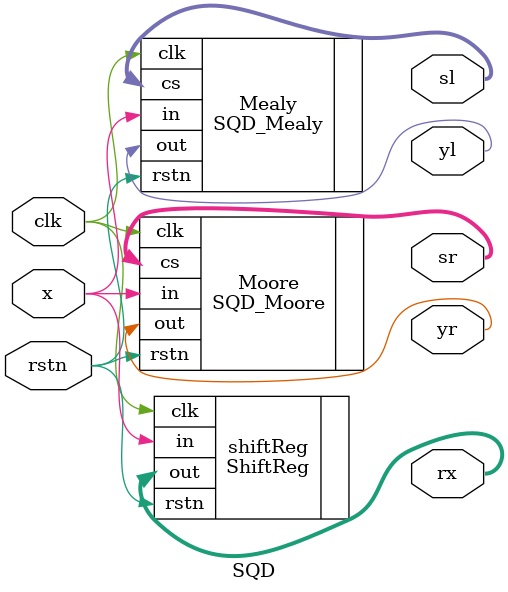
<source format=v>
`timescale 1ns / 1ps


module SQD(
    input x, clk, rstn,
    output yl, yr,
    output [1:0] sl,
    output [4:0] sr,
    output [7:0] rx
    );
    SQD_Mealy Mealy(
        .in (x),
        .clk (clk),
        .rstn (rstn),
        .cs (sl),
        .out (yl)
    );

    SQD_Moore Moore(
        .in (x),
        .clk (clk),
        .rstn (rstn),
        .cs (sr),
        .out (yr)
    );

    ShiftReg shiftReg(
        .in (x),
        .clk (clk),
        .rstn (rstn),
        .out (rx)
    );
endmodule

</source>
